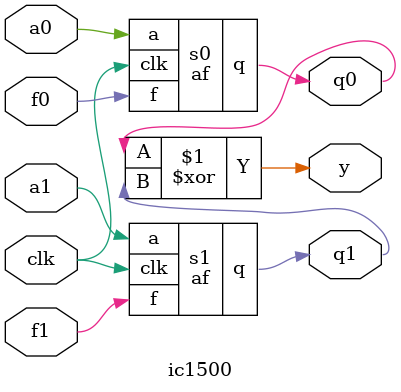
<source format=v>
`timescale 1ns / 1ps

module af(
    input a,
    input f,
    input clk,
    output reg q
    );
    
    initial begin
        q = 0;
    end
	always@(posedge clk)
	   if (a==0 & f==0) q=~q;
		else if (a==1 & f==0) q=1;
      else if (a==1 & f==1) q=0;
      else q=q;		
	

endmodule


module ic1500(
    input a0, 
    input f0, 
    input a1, 
    input f1, 
    input clk, 
    output q0, 
    output q1, 
    output y
    );
    af s0(a0,f0,clk,q0);
	 af s1(a1,f1,clk,q1);
	assign y=q0^q1;
endmodule

</source>
